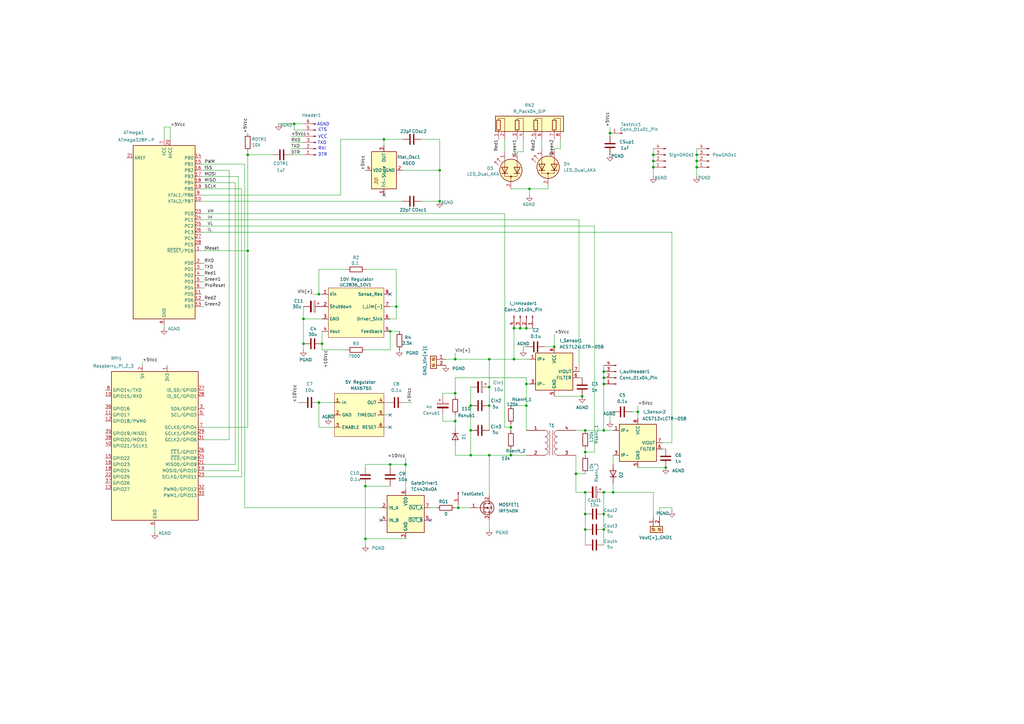
<source format=kicad_sch>
(kicad_sch (version 20250114) (generator "eeschema") (generator_version "9.0")
  (paper "A3")
  (title_block (title "EV Microgrid Flyback Converter") (company "Cal Poly, Senior Project"))
  (lib_symbols
    (symbol "C_1" (pin_numbers (hide yes)) (pin_names (offset 0.254))
      (property "Reference" "C" (at 0.635 2.54 0))
      (property "Value" "C" (at 0.635 -2.54 0))
      (symbol "C_1_1_1"
        (pin passive line (at 0 3.81 270) (length 2.794) (name "~") (number "1"))
        (pin passive line (at 0 -3.81 90) (length 2.794) (name "~") (number "2"))
      )
    )
    (symbol "Connector:Conn_01x01_Pin" (pin_names (offset 1.016) (hide yes))
      (property "Reference" "J" (at 0 2.54 0))
      (property "Value" "Conn_01x01_Pin" (at 0 -2.54 0))
      (symbol "Conn_01x01_Pin_1_1"
        (pin passive line (at 5.08 0 180) (length 3.81) (name "Pin_1") (number "1"))
      )
    )
    (symbol "Connector:Conn_01x04_Pin" (pin_names (offset 1.016) (hide yes))
      (property "Reference" "J" (at 0 5.08 0))
      (property "Value" "Conn_01x04_Pin" (at 0 -7.62 0))
      (symbol "Conn_01x04_Pin_1_1"
        (pin passive line (at 5.08 2.54 180) (length 3.81) (name "Pin_1") (number "1"))
        (pin passive line (at 5.08 0 180) (length 3.81) (name "Pin_2") (number "2"))
        (pin passive line (at 5.08 -2.54 180) (length 3.81) (name "Pin_3") (number "3"))
        (pin passive line (at 5.08 -5.08 180) (length 3.81) (name "Pin_4") (number "4"))
      )
    )
    (symbol "Connector:Raspberry_Pi_2_3"
      (property "Reference" "J" (at -17.78 31.75 0))
      (property "Value" "Raspberry_Pi_2_3" (at 10.16 -31.75 0))
      (symbol "Raspberry_Pi_2_3_1_1"
        (pin bidirectional line (at -20.32 22.86 0) (length 2.54) (name "GPIO14/TXD") (number "8"))
        (pin bidirectional line (at -20.32 20.32 0) (length 2.54) (name "GPIO15/RXD") (number "10"))
        (pin bidirectional line (at -20.32 15.24 0) (length 2.54) (name "GPIO16") (number "36"))
        (pin bidirectional line (at -20.32 12.7 0) (length 2.54) (name "GPIO17") (number "11"))
        (pin bidirectional line (at -20.32 10.16 0) (length 2.54) (name "GPIO18/PWM0") (number "12"))
        (pin bidirectional line (at -20.32 5.08 0) (length 2.54) (name "GPIO19/MISO1") (number "35"))
        (pin bidirectional line (at -20.32 2.54 0) (length 2.54) (name "GPIO20/MOSI1") (number "38"))
        (pin bidirectional line (at -20.32 0 0) (length 2.54) (name "GPIO21/SCLK1") (number "40"))
        (pin bidirectional line (at -20.32 -5.08 0) (length 2.54) (name "GPIO22") (number "15"))
        (pin bidirectional line (at -20.32 -7.62 0) (length 2.54) (name "GPIO23") (number "16"))
        (pin bidirectional line (at -20.32 -10.16 0) (length 2.54) (name "GPIO24") (number "18"))
        (pin bidirectional line (at -20.32 -12.7 0) (length 2.54) (name "GPIO25") (number "22"))
        (pin bidirectional line (at -20.32 -15.24 0) (length 2.54) (name "GPIO26") (number "37"))
        (pin bidirectional line (at -20.32 -17.78 0) (length 2.54) (name "GPIO27") (number "13"))
        (pin power_in line (at -5.08 33.02 270) (length 2.54) (name "5V") (number "2"))
        (pin passive line (at -5.08 33.02 270) (length 2.54) (hide yes) (name "5V") (number "4"))
        (pin passive line (at 0 -33.02 90) (length 2.54) (hide yes) (name "GND") (number "14"))
        (pin passive line (at 0 -33.02 90) (length 2.54) (hide yes) (name "GND") (number "20"))
        (pin passive line (at 0 -33.02 90) (length 2.54) (hide yes) (name "GND") (number "25"))
        (pin passive line (at 0 -33.02 90) (length 2.54) (hide yes) (name "GND") (number "30"))
        (pin passive line (at 0 -33.02 90) (length 2.54) (hide yes) (name "GND") (number "34"))
        (pin passive line (at 0 -33.02 90) (length 2.54) (hide yes) (name "GND") (number "39"))
        (pin power_in line (at 0 -33.02 90) (length 2.54) (name "GND") (number "6"))
        (pin passive line (at 0 -33.02 90) (length 2.54) (hide yes) (name "GND") (number "9"))
        (pin power_in line (at 5.08 33.02 270) (length 2.54) (name "3V3") (number "1"))
        (pin passive line (at 5.08 33.02 270) (length 2.54) (hide yes) (name "3V3") (number "17"))
        (pin bidirectional line (at 20.32 22.86 180) (length 2.54) (name "ID_SD/GPIO0") (number "27"))
        (pin bidirectional line (at 20.32 20.32 180) (length 2.54) (name "ID_SC/GPIO1") (number "28"))
        (pin bidirectional line (at 20.32 15.24 180) (length 2.54) (name "SDA/GPIO2") (number "3"))
        (pin bidirectional line (at 20.32 12.7 180) (length 2.54) (name "SCL/GPIO3") (number "5"))
        (pin bidirectional line (at 20.32 7.62 180) (length 2.54) (name "GCLK0/GPIO4") (number "7"))
        (pin bidirectional line (at 20.32 5.08 180) (length 2.54) (name "GCLK1/GPIO5") (number "29"))
        (pin bidirectional line (at 20.32 2.54 180) (length 2.54) (name "GCLK2/GPIO6") (number "31"))
        (pin bidirectional line (at 20.32 -2.54 180) (length 2.54) (name "~{CE1}/GPIO7") (number "26"))
        (pin bidirectional line (at 20.32 -5.08 180) (length 2.54) (name "~{CE0}/GPIO8") (number "24"))
        (pin bidirectional line (at 20.32 -7.62 180) (length 2.54) (name "MISO0/GPIO9") (number "21"))
        (pin bidirectional line (at 20.32 -10.16 180) (length 2.54) (name "MOSI0/GPIO10") (number "19"))
        (pin bidirectional line (at 20.32 -12.7 180) (length 2.54) (name "SCLK0/GPIO11") (number "23"))
        (pin bidirectional line (at 20.32 -17.78 180) (length 2.54) (name "PWM0/GPIO12") (number "32"))
        (pin bidirectional line (at 20.32 -20.32 180) (length 2.54) (name "PWM1/GPIO13") (number "33"))
      )
    )
    (symbol "Connector:Screw_Terminal_01x02" (pin_names (offset 1.016) (hide yes))
      (property "Reference" "J" (at 0 2.54 0))
      (property "Value" "Screw_Terminal_01x02" (at 0 -5.08 0))
      (symbol "Screw_Terminal_01x02_1_1"
        (pin passive line (at -5.08 0 0) (length 3.81) (name "Pin_1") (number "1"))
        (pin passive line (at -5.08 -2.54 0) (length 3.81) (name "Pin_2") (number "2"))
      )
    )
    (symbol "Device:C" (pin_numbers (hide yes)) (pin_names (offset 0.254))
      (property "Reference" "C" (at 0.635 2.54 0))
      (property "Value" "C" (at 0.635 -2.54 0))
      (symbol "C_1_1"
        (pin passive line (at 0 3.81 270) (length 2.794) (name "~") (number "1"))
        (pin passive line (at 0 -3.81 90) (length 2.794) (name "~") (number "2"))
      )
    )
    (symbol "Device:C_Polarized" (pin_numbers (hide yes)) (pin_names (offset 0.254))
      (property "Reference" "C" (at 0.635 2.54 0))
      (property "Value" "C_Polarized" (at 0.635 -2.54 0))
      (symbol "C_Polarized_1_1"
        (pin passive line (at 0 3.81 270) (length 2.794) (name "~") (number "1"))
        (pin passive line (at 0 -3.81 90) (length 2.794) (name "~") (number "2"))
      )
    )
    (symbol "Device:D" (pin_numbers (hide yes)) (pin_names (offset 1.016) (hide yes))
      (property "Reference" "D" (at 0 2.54 0))
      (property "Value" "D" (at 0 -2.54 0))
      (symbol "D_1_1"
        (pin passive line (at -3.81 0 0) (length 2.54) (name "K") (number "1"))
        (pin passive line (at 3.81 0 180) (length 2.54) (name "A") (number "2"))
      )
    )
    (symbol "Device:LED_Dual_AKA" (pin_names (offset 0) (hide yes))
      (property "Reference" "D" (at 0 5.715 0))
      (property "Value" "LED_Dual_AKA" (at 0 -6.35 0))
      (symbol "LED_Dual_AKA_1_1"
        (pin input line (at -7.62 0 0) (length 3.048) (name "K") (number "2"))
        (pin input line (at 7.62 2.54 180) (length 3.81) (name "A1") (number "1"))
        (pin input line (at 7.62 -2.54 180) (length 3.81) (name "A2") (number "3"))
      )
    )
    (symbol "Device:R" (pin_numbers (hide yes)) (pin_names (offset 0))
      (property "Reference" "R" (at 2.032 0 90))
      (property "Value" "R" (at 0 0 90))
      (symbol "R_1_1"
        (pin passive line (at 0 3.81 270) (length 1.27) (name "~") (number "1"))
        (pin passive line (at 0 -3.81 90) (length 1.27) (name "~") (number "2"))
      )
    )
    (symbol "Device:R_Pack04_SIP" (pin_names (offset 0) (hide yes))
      (property "Reference" "RN" (at -15.24 0 90))
      (property "Value" "R_Pack04_SIP" (at 15.24 0 90))
      (symbol "R_Pack04_SIP_1_1"
        (pin passive line (at -12.7 -5.08 90) (length 3.81) (name "R1.1") (number "1"))
        (pin passive line (at -10.16 -5.08 90) (length 3.81) (name "R1.2") (number "2"))
        (pin passive line (at -5.08 -5.08 90) (length 3.81) (name "R2.1") (number "3"))
        (pin passive line (at -2.54 -5.08 90) (length 3.81) (name "R2.2") (number "4"))
        (pin passive line (at 2.54 -5.08 90) (length 3.81) (name "R3.1") (number "5"))
        (pin passive line (at 5.08 -5.08 90) (length 3.81) (name "R3.2") (number "6"))
        (pin passive line (at 10.16 -5.08 90) (length 3.81) (name "R4.1") (number "7"))
        (pin passive line (at 12.7 -5.08 90) (length 3.81) (name "R4.2") (number "8"))
      )
    )
    (symbol "Device:Transformer_1P_1S" (pin_names (offset 1.016) (hide yes))
      (property "Reference" "T" (at 0 6.35 0))
      (property "Value" "Transformer_1P_1S" (at 0 -7.62 0))
      (symbol "Transformer_1P_1S_1_1"
        (pin passive line (at -10.16 5.08 0) (length 7.62) (name "AA") (number "1"))
        (pin passive line (at -10.16 -5.08 0) (length 7.62) (name "AB") (number "2"))
        (pin passive line (at 10.16 5.08 180) (length 7.62) (name "SB") (number "4"))
        (pin passive line (at 10.16 -5.08 180) (length 7.62) (name "SA") (number "3"))
      )
    )
    (symbol "Driver_FET:TC4426xOA"
      (property "Reference" "U" (at -7.62 8.89 0))
      (property "Value" "TC4426xOA" (at 1.27 8.89 0))
      (symbol "TC4426xOA_1_1"
        (pin input line (at -10.16 2.54 0) (length 2.54) (name "IN_A") (number "2"))
        (pin input line (at -10.16 -2.54 0) (length 2.54) (name "IN_B") (number "4"))
        (pin no_connect line (at -7.62 0 0) (length 2.54) (hide yes) (name "NC") (number "1"))
        (pin power_in line (at 0 10.16 270) (length 2.54) (name "VDD") (number "6"))
        (pin power_in line (at 0 -10.16 90) (length 2.54) (name "GND") (number "3"))
        (pin no_connect line (at 7.62 0 180) (length 2.54) (hide yes) (name "NC") (number "8"))
        (pin output line (at 10.16 2.54 180) (length 2.54) (name "~{OUT_A}") (number "7"))
        (pin output line (at 10.16 -2.54 180) (length 2.54) (name "~{OUT_B}") (number "5"))
      )
    )
    (symbol "MCU_Microchip_ATmega:ATmega328P-P"
      (property "Reference" "U" (at -12.7 36.83 0))
      (property "Value" "ATmega328P-P" (at 2.54 -36.83 0))
      (symbol "ATmega328P-P_1_1"
        (pin passive line (at -15.24 30.48 0) (length 2.54) (name "AREF") (number "21"))
        (pin power_in line (at 0 38.1 270) (length 2.54) (name "VCC") (number "7"))
        (pin passive line (at 0 -38.1 90) (length 2.54) (hide yes) (name "GND") (number "22"))
        (pin power_in line (at 0 -38.1 90) (length 2.54) (name "GND") (number "8"))
        (pin power_in line (at 2.54 38.1 270) (length 2.54) (name "AVCC") (number "20"))
        (pin bidirectional line (at 15.24 30.48 180) (length 2.54) (name "PB0") (number "14"))
        (pin bidirectional line (at 15.24 27.94 180) (length 2.54) (name "PB1") (number "15"))
        (pin bidirectional line (at 15.24 25.4 180) (length 2.54) (name "PB2") (number "16"))
        (pin bidirectional line (at 15.24 22.86 180) (length 2.54) (name "PB3") (number "17"))
        (pin bidirectional line (at 15.24 20.32 180) (length 2.54) (name "PB4") (number "18"))
        (pin bidirectional line (at 15.24 17.78 180) (length 2.54) (name "PB5") (number "19"))
        (pin bidirectional line (at 15.24 15.24 180) (length 2.54) (name "XTAL1/PB6") (number "9"))
        (pin bidirectional line (at 15.24 12.7 180) (length 2.54) (name "XTAL2/PB7") (number "10"))
        (pin bidirectional line (at 15.24 7.62 180) (length 2.54) (name "PC0") (number "23"))
        (pin bidirectional line (at 15.24 5.08 180) (length 2.54) (name "PC1") (number "24"))
        (pin bidirectional line (at 15.24 2.54 180) (length 2.54) (name "PC2") (number "25"))
        (pin bidirectional line (at 15.24 0 180) (length 2.54) (name "PC3") (number "26"))
        (pin bidirectional line (at 15.24 -2.54 180) (length 2.54) (name "PC4") (number "27"))
        (pin bidirectional line (at 15.24 -5.08 180) (length 2.54) (name "PC5") (number "28"))
        (pin bidirectional line (at 15.24 -7.62 180) (length 2.54) (name "~{RESET}/PC6") (number "1"))
        (pin bidirectional line (at 15.24 -12.7 180) (length 2.54) (name "PD0") (number "2"))
        (pin bidirectional line (at 15.24 -15.24 180) (length 2.54) (name "PD1") (number "3"))
        (pin bidirectional line (at 15.24 -17.78 180) (length 2.54) (name "PD2") (number "4"))
        (pin bidirectional line (at 15.24 -20.32 180) (length 2.54) (name "PD3") (number "5"))
        (pin bidirectional line (at 15.24 -22.86 180) (length 2.54) (name "PD4") (number "6"))
        (pin bidirectional line (at 15.24 -25.4 180) (length 2.54) (name "PD5") (number "11"))
        (pin bidirectional line (at 15.24 -27.94 180) (length 2.54) (name "PD6") (number "12"))
        (pin bidirectional line (at 15.24 -30.48 180) (length 2.54) (name "PD7") (number "13"))
      )
    )
    (symbol "New_Library:MAX6765"
      (property "Reference" "MAX6765" (at 0.762 0.762 0))
      (property "Value" "5V Regulator" (at 0.508 3.302 0))
      (symbol "MAX6765_1_1"
        (pin input line (at -10.16 -5.08 0) (length 2.54) (name "In") (number "1"))
        (pin input line (at -10.16 -10.16 0) (length 2.54) (name "GND") (number "2"))
        (pin input line (at -10.16 -15.24 0) (length 2.54) (name "ENABLE") (number "3"))
        (pin input line (at 10.16 -5.08 180) (length 2.54) (name "OUT") (number "4"))
        (pin input line (at 10.16 -10.16 180) (length 2.54) (name "TIMEOUT") (number "5"))
        (pin input line (at 10.16 -15.24 180) (length 2.54) (name "RESET") (number "6"))
      )
    )
    (symbol "Oscillator:ASCO"
      (property "Reference" "Y" (at -7.62 6.35 0))
      (property "Value" "ASCO" (at 1.27 -6.35 0))
      (symbol "ASCO_1_1"
        (pin input line (at -10.16 0 0) (length 2.54) (name "Tri-State") (number "1"))
        (pin power_in line (at 0 7.62 270) (length 2.54) (name "VDD") (number "4"))
        (pin power_in line (at 0 -7.62 90) (length 2.54) (name "GND") (number "2"))
        (pin output line (at 10.16 0 180) (length 2.54) (name "OUT") (number "3"))
      )
    )
    (symbol "Regulator:UC2836D"
      (property "Reference" "UC2836D" (at 0 0 0))
      (symbol "UC2836D_1_1"
        (pin input line (at -13.97 -3.81 0) (length 2.54) (name "Vin") (number "1"))
        (pin input line (at -13.97 -8.89 0) (length 2.54) (name "Shutdown") (number "2"))
        (pin output line (at -13.97 -13.97 0) (length 2.54) (name "GND") (number "3"))
        (pin output line (at -13.97 -19.05 0) (length 2.54) (name "Vout") (number "4"))
        (pin unspecified line (at 13.97 -3.81 180) (length 2.54) (name "Sense_Res") (number "8"))
        (pin output line (at 13.97 -8.89 180) (length 2.54) (name "I_Lim(-)") (number "7"))
        (pin input line (at 13.97 -13.97 180) (length 2.54) (name "Driver_Sink") (number "6"))
        (pin input line (at 13.97 -19.05 180) (length 2.54) (name "Feedback") (number "5"))
      )
    )
    (symbol "Sensor_Current:ACS712xLCTR-05B"
      (property "Reference" "U" (at 2.54 11.43 0))
      (property "Value" "ACS712xLCTR-05B" (at 2.54 8.89 0))
      (symbol "ACS712xLCTR-05B_1_1"
        (pin passive line (at -10.16 5.08 0) (length 2.54) (name "IP+") (number "1"))
        (pin passive line (at -10.16 5.08 0) (length 2.54) (hide yes) (name "IP+") (number "2"))
        (pin passive line (at -10.16 -5.08 0) (length 2.54) (name "IP-") (number "3"))
        (pin passive line (at -10.16 -5.08 0) (length 2.54) (hide yes) (name "IP-") (number "4"))
        (pin power_in line (at 0 10.16 270) (length 2.54) (name "VCC") (number "8"))
        (pin power_in line (at 0 -10.16 90) (length 2.54) (name "GND") (number "5"))
        (pin output line (at 10.16 0 180) (length 2.54) (name "VIOUT") (number "7"))
        (pin passive line (at 10.16 -2.54 180) (length 2.54) (name "FILTER") (number "6"))
      )
    )
    (symbol "Transistor_FET:IRF540N" (pin_names (hide yes))
      (property "Reference" "Q" (at 5.08 1.905 0))
      (property "Value" "IRF540N" (at 5.08 0 0))
      (symbol "IRF540N_1_1"
        (pin input line (at -5.08 0 0) (length 2.54) (name "G") (number "1"))
        (pin passive line (at 2.54 5.08 270) (length 2.54) (name "D") (number "2"))
        (pin passive line (at 2.54 -5.08 90) (length 2.54) (name "S") (number "3"))
      )
    )
    (symbol "conn_01x06_male:Conn_01x06_Male" (pin_names (offset 1.016) (hide yes))
      (property "Reference" "HeaderFTDI1" (at -6.35 -1.524 0))
      (property "Value" "Conn_01x06_Male" (at -6.35 -3.8354 0))
      (symbol "Conn_01x06_Male_1_1"
        (pin passive line (at 5.08 5.08 180) (length 3.81) (name "Pin_1") (number "1"))
        (pin passive line (at 5.08 2.54 180) (length 3.81) (name "Pin_2") (number "2"))
        (pin passive line (at 5.08 0 180) (length 3.81) (name "Pin_3") (number "3"))
        (pin passive line (at 5.08 -2.54 180) (length 3.81) (name "Pin_4") (number "4"))
        (pin passive line (at 5.08 -5.08 180) (length 3.81) (name "Pin_5") (number "5"))
        (pin passive line (at 5.08 -7.62 180) (length 3.81) (name "Pin_6") (number "6"))
      )
    )
    (symbol "power:GND" (power) (pin_numbers (hide yes)) (pin_names (offset 0) (hide yes))
      (property "Value" "GND" (at 0 -3.81 0))
      (symbol "GND_1_1"
        (pin power_in line (at 0 0 270) (length 0) (name "~") (number "1"))
      )
    )
  )
  (text "AGND\n\n" (at 132.588 52.07 0) (effects (font (size 1.27 1.27))))
  (text "VCC" (at 132.334 56.134 0) (effects (font (size 1.27 1.27))))
  (text "RXI\n" (at 132.08 60.96 0) (effects (font (size 1.27 1.27))))
  (text "CTS\n" (at 132.334 53.34 0) (effects (font (size 1.27 1.27))))
  (text "TXO\n\n" (at 132.08 59.69 0) (effects (font (size 1.27 1.27))))
  (text "DTR\n" (at 132.334 63.5 0) (effects (font (size 1.27 1.27))))
  (junction (at 285.75 68.58))
  (junction (at 187.96 208.28))
  (junction (at 209.55 175.26))
  (junction (at 193.04 166.37))
  (junction (at 217.17 77.47))
  (junction (at 285.75 63.5))
  (junction (at 247.65 201.93))
  (junction (at 285.75 66.04))
  (junction (at 240.03 185.42))
  (junction (at 200.66 186.69))
  (junction (at 247.65 210.82))
  (junction (at 186.69 172.72))
  (junction (at 238.76 162.56))
  (junction (at 247.65 154.94))
  (junction (at 273.05 191.77))
  (junction (at 130.81 165.1))
  (junction (at 247.65 176.53))
  (junction (at 250.19 54.61))
  (junction (at 215.9 166.37))
  (junction (at 210.82 134.62))
  (junction (at 240.03 217.17))
  (junction (at 240.03 176.53))
  (junction (at 120.65 50.8))
  (junction (at 240.03 210.82))
  (junction (at 160.02 135.89))
  (junction (at 267.97 66.04))
  (junction (at 124.46 130.81))
  (junction (at 213.36 134.62))
  (junction (at 180.34 69.85))
  (junction (at 240.03 201.93))
  (junction (at 227.33 142.24))
  (junction (at 101.6 63.5))
  (junction (at 186.69 147.32))
  (junction (at 157.48 57.15))
  (junction (at 261.62 168.91))
  (junction (at 236.22 194.31))
  (junction (at 247.65 157.48))
  (junction (at 251.46 201.93))
  (junction (at 130.81 120.65))
  (junction (at 149.86 199.39))
  (junction (at 101.6 102.87))
  (junction (at 267.97 68.58))
  (junction (at 215.9 157.48))
  (junction (at 215.9 134.62))
  (junction (at 166.37 190.5))
  (junction (at 149.86 220.98))
  (junction (at 210.82 147.32))
  (junction (at 267.97 63.5))
  (junction (at 193.04 176.53))
  (junction (at 200.66 166.37))
  (junction (at 247.65 152.4))
  (junction (at 200.66 158.75))
  (junction (at 162.56 125.73))
  (junction (at 200.66 147.32))
  (junction (at 132.08 140.97))
  (junction (at 209.55 186.69))
  (junction (at 180.34 82.55))
  (junction (at 186.69 161.29))
  (junction (at 160.02 190.5))
  (junction (at 193.04 186.69))
  (junction (at 124.46 140.97))
  (junction (at 247.65 217.17))
  (no_connect (at 160.02 120.65))
  (no_connect (at 160.02 175.26))
  (no_connect (at 176.53 213.36))
  (no_connect (at 156.21 213.36))
  (no_connect (at 157.48 80.01))
  (no_connect (at 160.02 170.18))
  (wire (pts (xy 130.81 175.26) (xy 130.81 165.1)))
  (wire (pts (xy 209.55 166.37) (xy 215.9 166.37)))
  (wire (pts (xy 217.17 77.47) (xy 217.17 80.01)))
  (wire (pts (xy 149.86 199.39) (xy 160.02 199.39)))
  (wire (pts (xy 101.6 63.5) (xy 111.76 63.5)))
  (wire (pts (xy 215.9 154.94) (xy 215.9 157.48)))
  (wire (pts (xy 182.88 147.32) (xy 186.69 147.32)))
  (wire (pts (xy 67.31 133.35) (xy 67.31 134.62)))
  (wire (pts (xy 247.65 157.48) (xy 247.65 176.53)))
  (wire (pts (xy 261.62 191.77) (xy 273.05 191.77)))
  (wire (pts (xy 119.38 63.5) (xy 124.46 63.5)))
  (wire (pts (xy 209.55 173.99) (xy 209.55 175.26)))
  (wire (pts (xy 162.56 130.81) (xy 162.56 125.73)))
  (wire (pts (xy 181.61 161.29) (xy 186.69 161.29)))
  (wire (pts (xy 120.65 50.8) (xy 120.65 53.34)))
  (wire (pts (xy 67.31 57.15) (xy 67.31 52.07)))
  (wire (pts (xy 67.31 52.07) (xy 69.85 52.07)))
  (wire (pts (xy 96.52 74.93) (xy 82.55 74.93)))
  (wire (pts (xy 267.97 66.04) (xy 267.97 68.58)))
  (wire (pts (xy 139.7 57.15) (xy 139.7 80.01)))
  (wire (pts (xy 200.66 147.32) (xy 210.82 147.32)))
  (wire (pts (xy 82.55 118.11) (xy 83.82 118.11)))
  (wire (pts (xy 130.81 120.65) (xy 130.81 110.49)))
  (wire (pts (xy 162.56 125.73) (xy 160.02 125.73)))
  (wire (pts (xy 243.84 185.42) (xy 240.03 185.42)))
  (wire (pts (xy 157.48 165.1) (xy 158.75 165.1)))
  (wire (pts (xy 186.69 172.72) (xy 186.69 170.18)))
  (wire (pts (xy 82.55 87.63) (xy 207.01 87.63)))
  (wire (pts (xy 224.79 77.47) (xy 224.79 76.2)))
  (wire (pts (xy 193.04 166.37) (xy 193.04 176.53)))
  (wire (pts (xy 83.82 193.04) (xy 97.79 193.04)))
  (wire (pts (xy 210.82 134.62) (xy 210.82 147.32)))
  (wire (pts (xy 128.27 120.65) (xy 130.81 120.65)))
  (wire (pts (xy 82.55 123.19) (xy 83.82 123.19)))
  (wire (pts (xy 236.22 201.93) (xy 240.03 201.93)))
  (wire (pts (xy 207.01 87.63) (xy 207.01 175.26)))
  (wire (pts (xy 97.79 193.04) (xy 97.79 72.39)))
  (wire (pts (xy 236.22 186.69) (xy 236.22 194.31)))
  (wire (pts (xy 187.96 208.28) (xy 193.04 208.28)))
  (wire (pts (xy 132.08 143.51) (xy 142.24 143.51)))
  (wire (pts (xy 130.81 110.49) (xy 142.24 110.49)))
  (wire (pts (xy 240.03 217.17) (xy 240.03 223.52)))
  (wire (pts (xy 193.04 176.53) (xy 193.04 186.69)))
  (wire (pts (xy 285.75 68.58) (xy 285.75 72.39)))
  (wire (pts (xy 209.55 175.26) (xy 209.55 176.53)))
  (wire (pts (xy 250.19 54.61) (xy 250.19 55.88)))
  (wire (pts (xy 166.37 190.5) (xy 166.37 187.96)))
  (wire (pts (xy 82.55 82.55) (xy 165.1 82.55)))
  (wire (pts (xy 83.82 175.26) (xy 101.6 175.26)))
  (wire (pts (xy 193.04 158.75) (xy 193.04 166.37)))
  (wire (pts (xy 99.06 77.47) (xy 82.55 77.47)))
  (wire (pts (xy 223.52 142.24) (xy 227.33 142.24)))
  (wire (pts (xy 247.65 176.53) (xy 251.46 176.53)))
  (wire (pts (xy 132.08 140.97) (xy 132.08 143.51)))
  (wire (pts (xy 157.48 57.15) (xy 157.48 59.69)))
  (wire (pts (xy 270.51 208.28) (xy 270.51 212.09)))
  (wire (pts (xy 124.46 125.73) (xy 124.46 130.81)))
  (wire (pts (xy 100.33 208.28) (xy 156.21 208.28)))
  (wire (pts (xy 247.65 149.86) (xy 247.65 152.4)))
  (wire (pts (xy 247.65 210.82) (xy 247.65 201.93)))
  (wire (pts (xy 247.65 152.4) (xy 247.65 154.94)))
  (wire (pts (xy 267.97 201.93) (xy 251.46 201.93)))
  (wire (pts (xy 82.55 110.49) (xy 83.82 110.49)))
  (wire (pts (xy 247.65 201.93) (xy 251.46 201.93)))
  (wire (pts (xy 162.56 110.49) (xy 162.56 125.73)))
  (wire (pts (xy 236.22 176.53) (xy 240.03 176.53)))
  (wire (pts (xy 82.55 107.95) (xy 83.82 107.95)))
  (wire (pts (xy 186.69 162.56) (xy 186.69 161.29)))
  (wire (pts (xy 149.86 110.49) (xy 162.56 110.49)))
  (wire (pts (xy 121.92 165.1) (xy 123.19 165.1)))
  (wire (pts (xy 214.63 142.24) (xy 214.63 143.51)))
  (wire (pts (xy 101.6 62.23) (xy 101.6 63.5)))
  (wire (pts (xy 82.55 102.87) (xy 101.6 102.87)))
  (wire (pts (xy 251.46 168.91) (xy 250.19 168.91)))
  (wire (pts (xy 285.75 63.5) (xy 285.75 66.04)))
  (wire (pts (xy 250.19 168.91) (xy 250.19 172.72)))
  (wire (pts (xy 101.6 102.87) (xy 101.6 63.5)))
  (wire (pts (xy 247.65 217.17) (xy 247.65 210.82)))
  (wire (pts (xy 82.55 92.71) (xy 243.84 92.71)))
  (wire (pts (xy 271.78 181.61) (xy 275.59 181.61)))
  (wire (pts (xy 237.49 152.4) (xy 237.49 90.17)))
  (wire (pts (xy 236.22 194.31) (xy 240.03 194.31)))
  (wire (pts (xy 222.25 57.15) (xy 222.25 60.96)))
  (wire (pts (xy 227.33 137.16) (xy 227.33 142.24)))
  (wire (pts (xy 120.65 50.8) (xy 124.46 50.8)))
  (wire (pts (xy 209.55 184.15) (xy 209.55 186.69)))
  (wire (pts (xy 58.42 148.59) (xy 58.42 149.86)))
  (wire (pts (xy 82.55 69.85) (xy 93.98 69.85)))
  (wire (pts (xy 207.01 57.15) (xy 207.01 62.23)))
  (wire (pts (xy 82.55 95.25) (xy 275.59 95.25)))
  (wire (pts (xy 160.02 135.89) (xy 163.83 135.89)))
  (wire (pts (xy 200.66 158.75) (xy 200.66 166.37)))
  (wire (pts (xy 97.79 72.39) (xy 82.55 72.39)))
  (wire (pts (xy 139.7 57.15) (xy 157.48 57.15)))
  (wire (pts (xy 259.08 168.91) (xy 261.62 168.91)))
  (wire (pts (xy 139.7 80.01) (xy 82.55 80.01)))
  (wire (pts (xy 119.38 60.96) (xy 124.46 60.96)))
  (wire (pts (xy 63.5 215.9) (xy 63.5 218.44)))
  (wire (pts (xy 267.97 60.96) (xy 267.97 63.5)))
  (wire (pts (xy 209.55 186.69) (xy 200.66 186.69)))
  (wire (pts (xy 267.97 201.93) (xy 267.97 212.09)))
  (wire (pts (xy 186.69 144.78) (xy 186.69 147.32)))
  (wire (pts (xy 215.9 157.48) (xy 215.9 166.37)))
  (wire (pts (xy 285.75 60.96) (xy 285.75 63.5)))
  (wire (pts (xy 119.38 55.88) (xy 124.46 55.88)))
  (wire (pts (xy 209.55 77.47) (xy 217.17 77.47)))
  (wire (pts (xy 181.61 170.18) (xy 181.61 172.72)))
  (wire (pts (xy 247.65 154.94) (xy 247.65 157.48)))
  (wire (pts (xy 210.82 134.62) (xy 213.36 134.62)))
  (wire (pts (xy 180.34 57.15) (xy 180.34 69.85)))
  (wire (pts (xy 237.49 90.17) (xy 82.55 90.17)))
  (wire (pts (xy 119.38 58.42) (xy 124.46 58.42)))
  (wire (pts (xy 100.33 67.31) (xy 100.33 208.28)))
  (wire (pts (xy 186.69 175.26) (xy 186.69 172.72)))
  (wire (pts (xy 137.16 165.1) (xy 130.81 165.1)))
  (wire (pts (xy 217.17 77.47) (xy 224.79 77.47)))
  (wire (pts (xy 160.02 170.18) (xy 157.48 170.18)))
  (wire (pts (xy 207.01 175.26) (xy 209.55 175.26)))
  (wire (pts (xy 181.61 162.56) (xy 181.61 161.29)))
  (wire (pts (xy 176.53 208.28) (xy 179.07 208.28)))
  (wire (pts (xy 124.46 130.81) (xy 132.08 130.81)))
  (wire (pts (xy 270.51 208.28) (xy 275.59 208.28)))
  (wire (pts (xy 227.33 60.96) (xy 229.87 60.96)))
  (wire (pts (xy 82.55 67.31) (xy 100.33 67.31)))
  (wire (pts (xy 215.9 142.24) (xy 214.63 142.24)))
  (wire (pts (xy 160.02 190.5) (xy 160.02 191.77)))
  (wire (pts (xy 157.48 57.15) (xy 165.1 57.15)))
  (wire (pts (xy 247.65 223.52) (xy 247.65 217.17)))
  (wire (pts (xy 149.86 220.98) (xy 149.86 223.52)))
  (wire (pts (xy 229.87 57.15) (xy 229.87 60.96)))
  (wire (pts (xy 124.46 143.51) (xy 124.46 140.97)))
  (wire (pts (xy 82.55 115.57) (xy 83.82 115.57)))
  (wire (pts (xy 200.66 213.36) (xy 200.66 217.17)))
  (wire (pts (xy 267.97 68.58) (xy 267.97 72.39)))
  (wire (pts (xy 160.02 130.81) (xy 162.56 130.81)))
  (wire (pts (xy 82.55 113.03) (xy 83.82 113.03)))
  (wire (pts (xy 217.17 157.48) (xy 215.9 157.48)))
  (wire (pts (xy 240.03 210.82) (xy 240.03 217.17)))
  (wire (pts (xy 200.66 147.32) (xy 200.66 158.75)))
  (wire (pts (xy 243.84 92.71) (xy 243.84 185.42)))
  (wire (pts (xy 240.03 185.42) (xy 240.03 184.15)))
  (wire (pts (xy 187.96 207.01) (xy 187.96 208.28)))
  (wire (pts (xy 166.37 165.1) (xy 168.91 165.1)))
  (wire (pts (xy 186.69 154.94) (xy 215.9 154.94)))
  (wire (pts (xy 215.9 166.37) (xy 215.9 176.53)))
  (wire (pts (xy 134.62 170.18) (xy 137.16 170.18)))
  (wire (pts (xy 186.69 161.29) (xy 186.69 154.94)))
  (wire (pts (xy 130.81 175.26) (xy 137.16 175.26)))
  (wire (pts (xy 96.52 190.5) (xy 96.52 74.93)))
  (wire (pts (xy 210.82 147.32) (xy 217.17 147.32)))
  (wire (pts (xy 200.66 166.37) (xy 200.66 176.53)))
  (wire (pts (xy 149.86 199.39) (xy 149.86 220.98)))
  (wire (pts (xy 180.34 69.85) (xy 180.34 82.55)))
  (wire (pts (xy 101.6 175.26) (xy 101.6 102.87)))
  (wire (pts (xy 186.69 186.69) (xy 186.69 182.88)))
  (wire (pts (xy 212.09 62.23) (xy 214.63 62.23)))
  (wire (pts (xy 251.46 201.93) (xy 251.46 198.12)))
  (wire (pts (xy 149.86 190.5) (xy 160.02 190.5)))
  (wire (pts (xy 186.69 186.69) (xy 193.04 186.69)))
  (wire (pts (xy 275.59 95.25) (xy 275.59 181.61)))
  (wire (pts (xy 251.46 186.69) (xy 251.46 190.5)))
  (wire (pts (xy 149.86 191.77) (xy 149.86 190.5)))
  (wire (pts (xy 83.82 190.5) (xy 96.52 190.5)))
  (wire (pts (xy 124.46 53.34) (xy 120.65 53.34)))
  (wire (pts (xy 93.98 180.34) (xy 83.82 180.34)))
  (wire (pts (xy 160.02 175.26) (xy 157.48 175.26)))
  (wire (pts (xy 186.69 147.32) (xy 200.66 147.32)))
  (wire (pts (xy 193.04 186.69) (xy 200.66 186.69)))
  (wire (pts (xy 124.46 130.81) (xy 124.46 140.97)))
  (wire (pts (xy 261.62 168.91) (xy 261.62 171.45)))
  (wire (pts (xy 166.37 190.5) (xy 160.02 190.5)))
  (wire (pts (xy 99.06 195.58) (xy 99.06 77.47)))
  (wire (pts (xy 240.03 176.53) (xy 247.65 176.53)))
  (wire (pts (xy 130.81 120.65) (xy 132.08 120.65)))
  (wire (pts (xy 93.98 180.34) (xy 93.98 69.85)))
  (wire (pts (xy 172.72 82.55) (xy 180.34 82.55)))
  (wire (pts (xy 261.62 166.37) (xy 261.62 168.91)))
  (wire (pts (xy 285.75 66.04) (xy 285.75 68.58)))
  (wire (pts (xy 186.69 208.28) (xy 187.96 208.28)))
  (wire (pts (xy 215.9 186.69) (xy 209.55 186.69)))
  (wire (pts (xy 82.55 125.73) (xy 83.82 125.73)))
  (wire (pts (xy 69.85 52.07) (xy 69.85 57.15)))
  (wire (pts (xy 165.1 69.85) (xy 180.34 69.85)))
  (wire (pts (xy 83.82 195.58) (xy 99.06 195.58)))
  (wire (pts (xy 267.97 63.5) (xy 267.97 66.04)))
  (wire (pts (xy 236.22 194.31) (xy 236.22 201.93)))
  (wire (pts (xy 114.3 50.8) (xy 120.65 50.8)))
  (wire (pts (xy 200.66 186.69) (xy 200.66 203.2)))
  (wire (pts (xy 240.03 186.69) (xy 240.03 185.42)))
  (wire (pts (xy 275.59 208.28) (xy 275.59 209.55)))
  (wire (pts (xy 134.62 170.18) (xy 134.62 171.45)))
  (wire (pts (xy 250.19 52.07) (xy 250.19 54.61)))
  (wire (pts (xy 215.9 134.62) (xy 218.44 134.62)))
  (wire (pts (xy 149.86 220.98) (xy 166.37 220.98)))
  (wire (pts (xy 240.03 201.93) (xy 240.03 210.82)))
  (wire (pts (xy 166.37 190.5) (xy 166.37 200.66)))
  (wire (pts (xy 213.36 134.62) (xy 215.9 134.62)))
  (wire (pts (xy 238.76 154.94) (xy 237.49 154.94)))
  (wire (pts (xy 214.63 57.15) (xy 214.63 62.23)))
  (wire (pts (xy 160.02 143.51) (xy 160.02 135.89)))
  (wire (pts (xy 227.33 162.56) (xy 238.76 162.56)))
  (wire (pts (xy 273.05 184.15) (xy 271.78 184.15)))
  (wire (pts (xy 181.61 172.72) (xy 186.69 172.72)))
  (wire (pts (xy 149.86 143.51) (xy 160.02 143.51)))
  (wire (pts (xy 132.08 135.89) (xy 132.08 140.97)))
  (wire (pts (xy 180.34 57.15) (xy 172.72 57.15)))
  (label "VL" (at 85.09 92.71 0))
  (label "Vin(+)" (at 186.69 144.78 0))
  (label "Red1" (at 204.47 57.15 270))
  (label "SCLK" (at 83.82 77.47 0))
  (label "PWM" (at 83.82 67.31 0))
  (label "RXD" (at 119.38 58.42 0))
  (label "Red1" (at 83.82 113.03 0))
  (label "Red2" (at 219.71 57.15 270))
  (label "+5Vcc" (at 168.91 165.1 90))
  (label "Vin(+)" (at 128.27 120.65 180))
  (label "ProReset" (at 83.82 118.11 0))
  (label "+5Vcc" (at 58.42 148.59 0))
  (label "MOSI" (at 83.82 72.39 0))
  (label "!SS" (at 83.82 69.85 0))
  (label "+10Vcc" (at 121.92 165.1 90))
  (label "+5Vcc" (at 149.86 69.85 90))
  (label "DTR" (at 119.38 63.5 0))
  (label "Green1" (at 83.82 115.57 0))
  (label "+5Vcc" (at 250.19 52.07 90))
  (label "MISO" (at 83.82 74.93 0))
  (label "RXD" (at 83.82 107.95 0))
  (label "IL" (at 85.09 95.25 0))
  (label "Green1" (at 212.09 57.15 270))
  (label "VH" (at 85.09 87.63 0))
  (label "+5Vcc" (at 69.85 52.07 0))
  (label "Green2" (at 227.33 57.15 270))
  (label "+5Vcc" (at 261.62 166.37 0))
  (label "Green2" (at 83.82 125.73 0))
  (label "!Reset" (at 83.82 102.87 0))
  (label "+10Vcc" (at 166.37 187.96 180))
  (label "+5Vcc" (at 227.33 137.16 0))
  (label "+5Vcc" (at 101.6 54.61 90))
  (label "IH" (at 85.09 90.17 0))
  (label "TXD" (at 83.82 110.49 0))
  (label "TXD" (at 119.38 60.96 0))
  (label "Red2" (at 83.82 123.19 0))
  (label "+10Vcc" (at 134.62 143.51 270))
  (label "+5Vcc" (at 119.38 55.88 0))
  (symbol (lib_id "power:GND") (at 275.59 209.55 0) (unit 1)
    (property "Reference" "#PWR021" (effects (hide yes)))
    (property "Value" "PGND" (at 271.78 210.566 0))
    (property "Description" "Power symbol creates a global label with name \"GND\" , ground" (effects (hide yes)))
  )
  (symbol (lib_id "Device:C") (at 196.85 176.53 270) (unit 1)
    (property "Reference" "Cin3" (at 203.454 175.006 90))
    (property "Value" "5u" (at 203.2 177.292 90))
    (property "Footprint" "Capacitor_SMD:C_0805_2012Metric" (effects (hide yes)))
    (property "Datasheet" "https://mm.digikey.com/Volume0/opasdata/d220001/medias/docus/41/CL21A475KAQNNNE_Spec.pdf" (effects (hide yes)))
    (property "Description" "Unpolarized capacitor" (effects (hide yes)))
  )
  (symbol (lib_id "power:GND") (at 273.05 191.77 0) (unit 1)
    (property "Reference" "#PWR06" (effects (hide yes)))
    (property "Value" "AGND" (at 275.59 193.0399 0) (effects (justify left)))
    (property "Description" "Power symbol creates a global label with name \"GND\" , ground" (effects (hide yes)))
  )
  (symbol (lib_id "power:GND") (at 238.76 162.56 0) (unit 1)
    (property "Reference" "#PWR04" (effects (hide yes)))
    (property "Value" "AGND" (at 236.22 167.132 0) (effects (justify left)))
    (property "Description" "Power symbol creates a global label with name \"GND\" , ground" (effects (hide yes)))
  )
  (symbol (lib_id "power:GND") (at 67.31 134.62 0) (unit 1)
    (property "Reference" "#PWR011" (effects (hide yes)))
    (property "Value" "AGND" (at 71.374 134.874 0))
    (property "Description" "Power symbol creates a global label with name \"GND\" , ground" (effects (hide yes)))
  )
  (symbol (lib_id "Device:R") (at 209.55 170.18 180) (unit 1)
    (property "Reference" "RsenH_1" (at 218.186 163.83 0) (effects (justify left)))
    (property "Value" "120k" (at 212.598 165.862 0) (effects (justify left)))
    (property "Footprint" "Resistor_SMD:R_0805_2012Metric" (effects (hide yes)))
    (property "Datasheet" "https://www.vishay.com/docs/20035/dcrcwe3.pdf" (effects (hide yes)))
    (property "Description" "Resistor" (effects (hide yes)))
  )
  (symbol (lib_id "power:GND") (at 217.17 80.01 0) (unit 1)
    (property "Reference" "#PWR08" (effects (hide yes)))
    (property "Value" "AGND" (at 216.916 83.82 0))
    (property "Description" "Power symbol creates a global label with name \"GND\" , ground" (effects (hide yes)))
  )
  (symbol (lib_name "C_1") (lib_id "Device:C") (at 162.56 165.1 90) (unit 1)
    (property "Reference" "C8" (at 162.56 157.48 90))
    (property "Value" "0.1u" (at 162.56 160.02 90))
    (property "Footprint" "Capacitor_SMD:C_0805_2012Metric" (effects (hide yes)))
    (property "Datasheet" "https://www.yageo.com/upload/media/product/productsearch/datasheet/mlcc/UPY-GPHC_X7R_6.3V-to-250V_24.pdf" (effects (hide yes)))
    (property "Description" "Unpolarized capacitor" (effects (hide yes)))
  )
  (symbol (lib_id "Device:C") (at 168.91 57.15 270) (unit 1)
    (property "Reference" "COsc2" (at 168.91 53.848 90) (effects (justify left)))
    (property "Value" "22pF" (at 164.084 53.848 90) (effects (justify left)))
    (property "Footprint" "Capacitor_SMD:C_0201_0603Metric" (effects (hide yes)))
  )
  (symbol (lib_id "Connector:Conn_01x01_Pin") (at 187.96 201.93 270) (unit 1)
    (property "Reference" "TestGate1" (at 189.23 202.5649 90) (effects (justify left)))
    (property "Value" "Conn_01x01_Pin" (effects (hide yes)))
    (property "Footprint" "Connector_JST:JST_XH_B1B-XH-AM_1x01_P2.50mm_Vertical" (effects (hide yes)))
    (property "Description" "Generic connector, single row, 01x01, script generated" (effects (hide yes)))
  )
  (symbol (lib_id "Driver_FET:TC4426xOA") (at 166.37 210.82 0) (unit 1)
    (property "Reference" "GateDriver1" (at 168.5133 198.12 0) (effects (justify left)))
    (property "Value" "TC4426xOA" (at 168.5133 200.66 0) (effects (justify left)))
    (property "Footprint" "Package_SO:SOIC-8_3.9x4.9mm_P1.27mm" (effects (hide yes)))
    (property "Datasheet" "https://ww1.microchip.com/downloads/en/DeviceDoc/20001422G.pdf" (effects (hide yes)))
    (property "Description" "1.5A Dual High-Speed Power MOSFET Drivers, 4.5...18V supply, TTL/CMOS compatible inputs, inverting drivers, SOIC-8" (effects (hide yes)))
  )
  (symbol (lib_id "Oscillator:ASCO") (at 157.48 69.85 90) (unit 1)
    (property "Reference" "Xtal_Osc1" (at 167.64 64.4046 90))
    (property "Value" "ASCO" (at 167.64 66.9446 90))
    (property "Footprint" "Oscillator:Oscillator_SMD_Abracon_ASCO-4Pin_1.6x1.2mm" (effects (hide yes)))
    (property "Datasheet" "https://abracon.com/Oscillators/ASCO.pdf" (effects (hide yes)))
    (property "Description" "Crystal Clock Oscillator, Abracon ASCO" (effects (hide yes)))
  )
  (symbol (lib_id "power:GND") (at 250.19 63.5 0) (unit 1)
    (property "Reference" "#PWR015" (effects (hide yes)))
    (property "Value" "PGND" (at 253.238 64.008 0))
    (property "Description" "Power symbol creates a global label with name \"GND\" , ground" (effects (hide yes)))
  )
  (symbol (lib_id "power:GND") (at 114.3 50.8 0) (unit 1)
    (property "Reference" "#PWR016" (effects (hide yes)))
    (property "Value" "AGND" (at 117.348 51.308 0))
    (property "Description" "Power symbol creates a global label with name \"GND\" , ground" (effects (hide yes)))
  )
  (symbol (lib_id "Device:C") (at 115.57 63.5 90) (unit 1)
    (property "Reference" "CDTR1" (at 118.364 67.056 90) (effects (justify left)))
    (property "Value" "1uF" (at 117.094 69.85 90) (effects (justify left)))
    (property "Footprint" "Capacitor_SMD:C_0402_1005Metric" (effects (hide yes)))
    (property "Datasheet" "https://mm.digikey.com/Volume0/opasdata/d220001/medias/docus/272/mlcc02_e-1307760.pdf" (effects (hide yes)))
  )
  (symbol (lib_id "Sensor_Current:ACS712xLCTR-05B") (at 227.33 152.4 0) (unit 1)
    (property "Reference" "I_Sensor1" (at 229.4733 139.7 0) (effects (justify left)))
    (property "Value" "ACS712xLCTR-05B" (at 229.4733 142.24 0) (effects (justify left)))
    (property "Footprint" "Package_SO:SOIC-8_3.9x4.9mm_P1.27mm" (effects (hide yes)))
    (property "Datasheet" "http://www.allegromicro.com/~/media/Files/Datasheets/ACS712-Datasheet.ashx?la=en" (effects (hide yes)))
    (property "Description" "±5A Bidirectional Hall-Effect Current Sensor, +5.0V supply, 185mV/A, SOIC-8" (effects (hide yes)))
  )
  (symbol (lib_id "Connector:Conn_01x04_Pin") (at 252.73 154.94 180) (unit 1)
    (property "Reference" "I_outHeader1" (at 254 152.3999 0) (effects (justify right)))
    (property "Value" "Conn_01x04_Pin" (at 254 154.9399 0) (effects (justify right)))
    (property "Footprint" "Connector_PinHeader_2.54mm:PinHeader_1x04_P2.54mm_Vertical" (effects (hide yes)))
    (property "Description" "Generic connector, single row, 01x04, script generated" (effects (hide yes)))
  )
  (symbol (lib_id "Device:C") (at 238.76 158.75 180) (unit 1)
    (property "Reference" "C3" (at 242.57 157.4799 0) (effects (justify right)))
    (property "Value" "1n" (at 242.57 160.0199 0) (effects (justify right)))
    (property "Footprint" "Capacitor_SMD:C_0805_2012Metric" (effects (hide yes)))
    (property "Description" "Unpolarized capacitor" (effects (hide yes)))
  )
  (symbol (lib_id "power:GND") (at 182.88 149.86 0) (unit 1)
    (property "Reference" "#PWR018" (effects (hide yes)))
    (property "Value" "PGND" (at 185.42 151.1299 0) (effects (justify left)))
    (property "Description" "Power symbol creates a global label with name \"GND\" , ground" (effects (hide yes)))
  )
  (symbol (lib_id "Device:C") (at 128.27 140.97 270) (unit 1)
    (property "Reference" "C4" (at 128.524 134.874 90))
    (property "Value" "30u" (at 128.27 137.16 90))
    (property "Footprint" "Capacitor_SMD:C_1206_3216Metric" (effects (hide yes)))
    (property "Datasheet" "https://product.tdk.com/system/files/dam/doc/product/capacitor/ceramic/mlcc/catalog/mlcc_commercial_general_en.pdf" (effects (hide yes)))
    (property "Description" "Unpolarized capacitor" (effects (hide yes)))
  )
  (symbol (lib_id "Connector:Conn_01x04_Pin") (at 215.9 129.54 270) (unit 1)
    (property "Reference" "I_InHeader1" (at 214.63 124.46 90))
    (property "Value" "Conn_01x04_Pin" (at 214.63 127 90))
    (property "Footprint" "Connector_PinHeader_2.54mm:PinHeader_1x04_P2.54mm_Vertical" (effects (hide yes)))
    (property "Description" "Generic connector, single row, 01x04, script generated" (effects (hide yes)))
  )
  (symbol (lib_id "power:GND") (at 134.62 171.45 0) (unit 1)
    (property "Reference" "#PWR09" (effects (hide yes)))
    (property "Value" "AGND" (at 134.62 170.942 0))
    (property "Description" "Power symbol creates a global label with name \"GND\" , ground" (effects (hide yes)))
  )
  (symbol (lib_id "Device:C_Polarized") (at 128.27 125.73 270) (unit 1)
    (property "Reference" "C11" (at 124.46 123.444 90) (effects (justify right)))
    (property "Value" "30u" (at 123.698 125.73 90) (effects (justify right)))
    (property "Footprint" "Capacitor_SMD:CP_Elec_6.3x7.7" (effects (hide yes)))
    (property "Datasheet" "https://datasheets.kyocera-avx.com/kyocera-avx-apa-series.pdf" (effects (hide yes)))
    (property "Description" "Polarized capacitor" (effects (hide yes)))
  )
  (symbol (lib_id "Device:D") (at 186.69 179.07 270) (unit 1)
    (property "Reference" "D1" (at 190.246 179.07 0))
    (property "Value" "D" (effects (hide yes)))
    (property "Footprint" "Package_TO_SOT_SMD:TO-252-3_TabPin2" (effects (hide yes)))
    (property "Datasheet" "https://www.onsemi.com/pdf/datasheet/mbrd835l-d.pdf" (effects (hide yes)))
    (property "Description" "Diode" (effects (hide yes)))
    (property "Sim.Device" "D" (effects (hide yes)))
    (property "Sim.Pins" "1=K 2=A" (effects (hide yes)))
  )
  (symbol (lib_id "power:GND") (at 163.83 143.51 0) (unit 1)
    (property "Reference" "#PWR014" (effects (hide yes)))
    (property "Value" "PGND" (at 166.37 144.7799 0) (effects (justify left)))
    (property "Description" "Power symbol creates a global label with name \"GND\" , ground" (effects (hide yes)))
  )
  (symbol (lib_id "Device:C") (at 250.19 59.69 0) (unit 1)
    (property "Reference" "CSup1" (at 254 58.166 0) (effects (justify left)))
    (property "Value" "1uF" (at 254.508 60.706 0) (effects (justify left)))
    (property "Footprint" "Capacitor_SMD:C_0402_1005Metric" (effects (hide yes)))
    (property "Datasheet" "https://mm.digikey.com/Volume0/opasdata/d220001/medias/docus/272/mlcc02_e-1307760.pdf" (effects (hide yes)))
  )
  (symbol (lib_id "Device:R") (at 101.6 58.42 180) (unit 1)
    (property "Reference" "RDTR1" (at 109.474 57.15 0) (effects (justify left)))
    (property "Value" "10k" (at 106.934 59.436 0) (effects (justify left)))
    (property "Footprint" "Resistor_SMD:R_0805_2012Metric" (effects (hide yes)))
    (property "Datasheet" "https://www.susumu.co.jp/common/pdf/n_catalog_partition05_en.pdf" (effects (hide yes)))
    (property "Description" "Resistor" (effects (hide yes)))
  )
  (symbol (lib_id "Device:C") (at 243.84 210.82 270) (unit 1)
    (property "Reference" "Cout2" (at 250.444 209.296 90))
    (property "Value" "5u" (at 250.19 211.582 90))
    (property "Footprint" "Capacitor_SMD:C_0805_2012Metric" (effects (hide yes)))
    (property "Datasheet" "https://mm.digikey.com/Volume0/opasdata/d220001/medias/docus/41/CL21A475KAQNNNE_Spec.pdf" (effects (hide yes)))
    (property "Description" "Unpolarized capacitor" (effects (hide yes)))
  )
  (symbol (lib_id "Device:C") (at 196.85 166.37 270) (unit 1)
    (property "Reference" "Cin2" (at 203.454 164.338 90))
    (property "Value" "5u" (at 203.2 166.878 90))
    (property "Footprint" "Capacitor_SMD:C_0805_2012Metric" (effects (hide yes)))
    (property "Datasheet" "https://mm.digikey.com/Volume0/opasdata/d220001/medias/docus/41/CL21A475KAQNNNE_Spec.pdf" (effects (hide yes)))
    (property "Description" "Unpolarized capacitor" (effects (hide yes)))
  )
  (symbol (lib_id "Device:R") (at 146.05 143.51 90) (unit 1)
    (property "Reference" "R3" (at 147.32 140.97 90) (effects (justify left)))
    (property "Value" "7500" (at 147.828 146.05 90) (effects (justify left)))
    (property "Footprint" "Resistor_SMD:R_0805_2012Metric" (effects (hide yes)))
    (property "Datasheet" "https://www.vishay.com/docs/60026/ptn.pdf" (effects (hide yes)))
    (property "Description" "Resistor" (effects (hide yes)))
  )
  (symbol (lib_id "Sensor_Current:ACS712xLCTR-05B") (at 261.62 181.61 0) (unit 1)
    (property "Reference" "I_Sensor2" (at 263.7633 168.91 0) (effects (justify left)))
    (property "Value" "ACS712xLCTR-05B" (at 263.398 171.704 0) (effects (justify left)))
    (property "Footprint" "Package_SO:SOIC-8_3.9x4.9mm_P1.27mm" (effects (hide yes)))
    (property "Datasheet" "http://www.allegromicro.com/~/media/Files/Datasheets/ACS712-Datasheet.ashx?la=en" (effects (hide yes)))
    (property "Description" "±5A Bidirectional Hall-Effect Current Sensor, +5.0V supply, 185mV/A, SOIC-8" (effects (hide yes)))
  )
  (symbol (lib_id "Device:LED_Dual_AKA") (at 224.79 68.58 90) (unit 1)
    (property "Reference" "D4" (at 231.14 67.2464 90) (effects (justify right)))
    (property "Value" "LED_Dual_AKA" (at 231.14 69.7864 90) (effects (justify right)))
    (property "Footprint" "FlybackSpecialtyComps:LED_3pin_P2.54mm" (effects (hide yes)))
    (property "Datasheet" "https://www.americanbrightled.com/pdffiles/led-components/through-hole/BL-BEG204-7-E.pdf" (effects (hide yes)))
    (property "Description" "Dual LED, common cathode on pin 2" (effects (hide yes)))
  )
  (symbol (lib_id "Device:C_Polarized") (at 181.61 166.37 0) (unit 1)
    (property "Reference" "Csnub1" (at 180.594 169.418 0) (effects (justify right)))
    (property "Value" "4n" (at 177.292 166.878 0) (effects (justify right)))
    (property "Footprint" "Capacitor_SMD:C_0805_2012Metric" (effects (hide yes)))
    (property "Datasheet" "https://www.yageogroup.com/content/datasheet/asset/file/KEM_C1003_C0G_SMD" (effects (hide yes)))
    (property "Description" "Polarized capacitor" (effects (hide yes)))
  )
  (symbol (lib_id "MCU_Microchip_ATmega:ATmega328P-P") (at 67.31 95.25 0) (unit 1)
    (property "Reference" "ATmega1" (at 54.864 54.356 0))
    (property "Value" "ATmega328P-P" (at 55.88 57.404 0))
    (property "Footprint" "Package_DIP:DIP-28_W7.62mm" (effects (hide yes)))
    (property "Datasheet" "http://ww1.microchip.com/downloads/en/DeviceDoc/ATmega328_P%20AVR%20MCU%20with%20picoPower%20Technology%20Data%20Sheet%2040001984A.pdf" (effects (hide yes)))
    (property "Description" "20MHz, 32kB Flash, 2kB SRAM, 1kB EEPROM, DIP-28" (effects (hide yes)))
  )
  (symbol (lib_id "power:GND") (at 124.46 143.51 0) (unit 1)
    (property "Reference" "#PWR013" (effects (hide yes)))
    (property "Value" "PGND" (at 122.682 147.574 0) (effects (justify left)))
    (property "Description" "Power symbol creates a global label with name \"GND\" , ground" (effects (hide yes)))
  )
  (symbol (lib_id "Device:LED_Dual_AKA") (at 209.55 69.85 90) (unit 1)
    (property "Reference" "D3" (at 199.644 69.088 90) (effects (justify right)))
    (property "Value" "LED_Dual_AKA" (at 191.516 71.374 90) (effects (justify right)))
    (property "Footprint" "FlybackSpecialtyComps:LED_3pin_P2.54mm" (effects (hide yes)))
    (property "Datasheet" "https://www.americanbrightled.com/pdffiles/led-components/through-hole/BL-BEG204-7-E.pdf" (effects (hide yes)))
    (property "Description" "Dual LED, common cathode on pin 2" (effects (hide yes)))
  )
  (symbol (lib_id "Device:C_Polarized") (at 196.85 158.75 270) (unit 1)
    (property "Reference" "Cin1" (at 204.47 156.972 90))
    (property "Value" "10u" (at 204.47 159.766 90))
    (property "Footprint" "Capacitor_SMD:CP_Elec_5x4.5" (effects (hide yes)))
    (property "Datasheet" "~https://industrial.panasonic.com/cdbs/www-data/pdf/AAB8000/AAB8000C175.pdf" (effects (hide yes)))
    (property "Description" "Polarized capacitor" (effects (hide yes)))
  )
  (symbol (lib_id "Device:R") (at 209.55 180.34 180) (unit 1)
    (property "Reference" "RsenH_2" (at 215.646 184.912 0) (effects (justify left)))
    (property "Value" "10k" (at 209.296 187.96 0) (effects (justify left)))
    (property "Footprint" "Resistor_SMD:R_0402_1005Metric_Pad0.72x0.64mm_HandSolder" (effects (hide yes)))
    (property "Datasheet" "https://www.yageo.com/upload/media/product/products/datasheet/rchip/PYu-RC_Group_51_RoHS_L_12.pdf" (effects (hide yes)))
    (property "Description" "Resistor" (effects (hide yes)))
  )
  (symbol (lib_id "Device:R") (at 240.03 180.34 0) (unit 1)
    (property "Reference" "RsenL_1" (at 244.602 182.118 90) (effects (justify left)))
    (property "Value" "120k" (at 242.57 181.6099 90) (effects (justify left)))
    (property "Footprint" "Resistor_SMD:R_0805_2012Metric" (effects (hide yes)))
    (property "Description" "Resistor" (effects (hide yes)))
  )
  (symbol (lib_id "power:GND") (at 63.5 218.44 0) (unit 1)
    (property "Reference" "#PWR012" (effects (hide yes)))
    (property "Value" "AGND" (at 67.564 218.694 0))
    (property "Description" "Power symbol creates a global label with name \"GND\" , ground" (effects (hide yes)))
  )
  (symbol (lib_id "Device:R") (at 146.05 110.49 90) (unit 1)
    (property "Reference" "R2" (at 147.32 105.664 90) (effects (justify left)))
    (property "Value" "0.1" (at 147.3199 107.95 90) (effects (justify left)))
    (property "Footprint" "Resistor_THT:R_Axial_DIN0414_L11.9mm_D4.5mm_P15.24mm_Horizontal" (effects (hide yes)))
    (property "Description" "Resistor" (effects (hide yes)))
  )
  (symbol (lib_id "power:GND") (at 285.75 72.39 0) (unit 1)
    (property "Reference" "#PWR020" (effects (hide yes)))
    (property "Value" "PGND" (at 288.798 72.898 0))
    (property "Description" "Power symbol creates a global label with name \"GND\" , ground" (effects (hide yes)))
  )
  (symbol (lib_id "Device:R") (at 182.88 208.28 90) (unit 1)
    (property "Reference" "RG1" (at 183.896 205.74 90) (effects (justify left)))
    (property "Value" "0" (at 183.642 210.82 90) (effects (justify left)))
    (property "Footprint" "Resistor_SMD:R_0603_1608Metric" (effects (hide yes)))
    (property "Datasheet" "https://www.yageo.com/upload/media/product/products/datasheet/rchip/PYu-RC_Group_51_RoHS_L_12.pdf" (effects (hide yes)))
    (property "Description" "Resistor" (effects (hide yes)))
  )
  (symbol (lib_id "power:GND") (at 267.97 72.39 0) (unit 1)
    (property "Reference" "#PWR017" (effects (hide yes)))
    (property "Value" "AGND" (at 271.018 72.898 0))
    (property "Description" "Power symbol creates a global label with name \"GND\" , ground" (effects (hide yes)))
  )
  (symbol (lib_id "New_Library:MAX6765") (at 147.32 160.02 0) (unit 1)
    (property "Reference" "MAX6765" (at 148.082 159.258 0))
    (property "Value" "5V Regulator" (at 147.828 156.718 0))
    (property "Footprint" "FlybackSpecialtyComps:Max6765" (effects (hide yes)))
    (property "Datasheet" "https://www.mouser.com/datasheet/2/609/MAX6765_MAX6774-3470695.pdf" (effects (hide yes)))
  )
  (symbol (lib_id "Connector:Conn_01x04_Pin") (at 273.05 66.04 180) (unit 1)
    (property "Reference" "SignGNDs1" (at 274.32 63.4999 0) (effects (justify right)))
    (property "Value" "Conn_01x04_Pin" (effects (hide yes)))
    (property "Footprint" "Connector_PinHeader_2.54mm:PinHeader_1x04_P2.54mm_Vertical" (effects (hide yes)))
    (property "Description" "Generic connector, single row, 01x04, script generated" (effects (hide yes)))
  )
  (symbol (lib_id "power:GND") (at 200.66 217.17 0) (unit 1)
    (property "Reference" "#PWR019" (effects (hide yes)))
    (property "Value" "PGND" (at 203.2 218.4399 0) (effects (justify left)))
    (property "Description" "Power symbol creates a global label with name \"GND\" , ground" (effects (hide yes)))
  )
  (symbol (lib_id "power:GND") (at 214.63 143.51 0) (unit 1)
    (property "Reference" "#PWR03" (effects (hide yes)))
    (property "Value" "AGND" (at 214.63 140.97 0))
    (property "Description" "Power symbol creates a global label with name \"GND\" , ground" (effects (hide yes)))
  )
  (symbol (lib_id "Device:C") (at 255.27 168.91 270) (unit 1)
    (property "Reference" "C5" (at 255.27 162.052 90))
    (property "Value" "0.1u" (at 255.27 164.592 90))
    (property "Footprint" "Capacitor_SMD:C_0805_2012Metric" (effects (hide yes)))
    (property "Datasheet" "https://www.yageo.com/upload/media/product/productsearch/datasheet/mlcc/UPY-GPHC_X7R_6.3V-to-250V_24.pdf" (effects (hide yes)))
    (property "Description" "Unpolarized capacitor" (effects (hide yes)))
  )
  (symbol (lib_id "Connector:Conn_01x01_Pin") (at 255.27 54.61 180) (unit 1)
    (property "Reference" "TestVcc1" (at 258.826 51.054 0))
    (property "Value" "Conn_01x01_Pin" (at 262.128 53.086 0))
    (property "Footprint" "Connector_PinHeader_1.00mm:PinHeader_1x01_P1.00mm_Vertical" (effects (hide yes)))
    (property "Description" "Generic connector, single row, 01x01, script generated" (effects (hide yes)))
  )
  (symbol (lib_id "conn_01x06_male:Conn_01x06_Male") (at 129.54 58.42 180) (unit 1)
    (property "Reference" "Header1" (at 123.698 47.244 0) (effects (justify right)))
    (property "Value" "Conn_01x06_Male" (effects (hide yes)))
    (property "Footprint" "FlybackSpecialtyComps:FTDI_USB_TTL_Header" (effects (hide yes)))
  )
  (symbol (lib_id "Device:C") (at 219.71 142.24 270) (unit 1)
    (property "Reference" "C2" (at 219.71 135.382 90))
    (property "Value" "0.1u" (at 219.71 137.922 90))
    (property "Footprint" "Capacitor_SMD:C_0805_2012Metric" (effects (hide yes)))
    (property "Datasheet" "https://www.yageo.com/upload/media/product/productsearch/datasheet/mlcc/UPY-GPHC_X7R_6.3V-to-250V_24.pdf" (effects (hide yes)))
    (property "Description" "Unpolarized capacitor" (effects (hide yes)))
  )
  (symbol (lib_id "Device:C") (at 160.02 195.58 180) (unit 1)
    (property "Reference" "C9" (at 163.576 194.31 0) (effects (justify right)))
    (property "Value" "10u" (at 163.322 196.596 0) (effects (justify right)))
    (property "Footprint" "Capacitor_SMD:C_0805_2012Metric" (effects (hide yes)))
    (property "Datasheet" "https://www.knowlescapacitors.com/getattachment/6c8d48ef-fc2b-4752-ae2c-ce6c208de0c4/High-Capacitance-Chip.aspx" (effects (hide yes)))
    (property "Description" "Unpolarized capacitor" (effects (hide yes)))
  )
  (symbol (lib_id "Connector:Screw_Terminal_01x02") (at 267.97 217.17 90) (mirror x) (unit 1)
    (property "Reference" "Vout(+)_GND1" (at 262.128 220.472 90) (effects (justify right)))
    (property "Value" "Screw_Terminal_01x02" (effects (hide yes)))
    (property "Footprint" "TerminalBlock:TerminalBlock_MaiXu_MX126-5.0-02P_1x02_P5.00mm" (effects (hide yes)))
    (property "Description" "Generic screw terminal, single row, 01x02, script generated (kicad-library-utils/schlib/autogen/connector/)" (effects (hide yes)))
  )
  (symbol (lib_id "Connector:Screw_Terminal_01x02") (at 177.8 147.32 0) (mirror y) (unit 1)
    (property "Reference" "GND_Vin(+)1" (at 174.244 147.828 90))
    (property "Value" "Screw_Terminal_01x02" (effects (hide yes)))
    (property "Footprint" "TerminalBlock:TerminalBlock_MaiXu_MX126-5.0-02P_1x02_P5.00mm" (effects (hide yes)))
    (property "Description" "Generic screw terminal, single row, 01x02, script generated (kicad-library-utils/schlib/autogen/connector/)" (effects (hide yes)))
  )
  (symbol (lib_id "Device:C") (at 243.84 223.52 270) (unit 1)
    (property "Reference" "Cout4" (at 250.444 221.996 90))
    (property "Value" "5u" (at 250.19 224.282 90))
    (property "Footprint" "Capacitor_SMD:C_0805_2012Metric" (effects (hide yes)))
    (property "Datasheet" "https://mm.digikey.com/Volume0/opasdata/d220001/medias/docus/41/CL21A475KAQNNNE_Spec.pdf" (effects (hide yes)))
    (property "Description" "Unpolarized capacitor" (effects (hide yes)))
  )
  (symbol (lib_id "Device:R") (at 163.83 139.7 180) (unit 1)
    (property "Reference" "R4" (at 168.656 138.43 0) (effects (justify left)))
    (property "Value" "2.5k" (at 169.164 140.716 0) (effects (justify left)))
    (property "Footprint" "Resistor_SMD:R_0805_2012Metric" (effects (hide yes)))
    (property "Datasheet" "https://www.vishay.com/docs/31010/rcwpm.pdf\\" (effects (hide yes)))
    (property "Description" "Resistor" (effects (hide yes)))
  )
  (symbol (lib_id "Connector:Raspberry_Pi_2_3") (at 63.5 182.88 0) (unit 1)
    (property "Reference" "RPi1" (at 45.466 147.066 0) (effects (justify left)))
    (property "Value" "Raspberry_Pi_2_3" (at 38.1 150.114 0) (effects (justify left)))
    (property "Footprint" "FlybackSpecialtyComps:Raspberry_Pi_Zero_and_Four" (effects (hide yes)))
    (property "Datasheet" "https://www.raspberrypi.org/documentation/hardware/raspberrypi/schematics/rpi_SCH_3bplus_1p0_reduced.pdf" (effects (hide yes)))
    (property "Description" "expansion header for Raspberry Pi 2 & 3" (effects (hide yes)))
  )
  (symbol (lib_id "power:GND") (at 149.86 223.52 0) (unit 1)
    (property "Reference" "#PWR010" (effects (hide yes)))
    (property "Value" "PGND" (at 152.4 224.7899 0) (effects (justify left)))
    (property "Description" "Power symbol creates a global label with name \"GND\" , ground" (effects (hide yes)))
  )
  (symbol (lib_id "Device:R") (at 186.69 166.37 0) (unit 1)
    (property "Reference" "Rsnub1" (at 187.706 170.434 0) (effects (justify left)))
    (property "Value" "110" (at 189.23 167.6399 0) (effects (justify left)))
    (property "Footprint" "Resistor_SMD:R_0805_2012Metric" (effects (hide yes)))
    (property "Datasheet" "https://www.koaspeer.com/pdfs/RK73H.pdf" (effects (hide yes)))
    (property "Description" "Resistor" (effects (hide yes)))
  )
  (symbol (lib_id "power:GND") (at 180.34 82.55 0) (unit 1)
    (property "Reference" "#PWR07" (effects (hide yes)))
    (property "Value" "AGND" (at 183.388 83.058 0))
    (property "Description" "Power symbol creates a global label with name \"GND\" , ground" (effects (hide yes)))
  )
  (symbol (lib_id "Device:R_Pack04_SIP") (at 217.17 52.07 0) (unit 1)
    (property "Reference" "RN2" (at 217.17 43.18 0))
    (property "Value" "R_Pack04_SIP" (at 217.17 45.72 0))
    (property "Footprint" "Resistor_THT:R_Array_SIP8" (effects (hide yes)))
    (property "Datasheet" "http://www.vishay.com/docs/31509/csc.pdf" (effects (hide yes)))
    (property "Description" "4 resistor network, parallel topology, SIP package" (effects (hide yes)))
  )
  (symbol (lib_id "Device:Transformer_1P_1S") (at 226.06 181.61 0) (unit 1)
    (property "Reference" "T1" (at 226.314 174.498 0))
    (property "Value" "Transformer_1P_1S" (effects (hide yes)))
    (property "Footprint" "FlybackSpecialtyComps:transformers" (effects (hide yes)))
    (property "Description" "Transformer, single primary, single secondary" (effects (hide yes)))
  )
  (symbol (lib_id "Device:R") (at 240.03 190.5 0) (unit 1)
    (property "Reference" "RsenL_2" (at 244.602 197.866 90) (effects (justify left)))
    (property "Value" "10k" (at 242.57 193.548 90) (effects (justify left)))
    (property "Footprint" "Resistor_SMD:R_0805_2012Metric" (effects (hide yes)))
    (property "Description" "Resistor" (effects (hide yes)))
  )
  (symbol (lib_id "Device:C") (at 149.86 195.58 180) (unit 1)
    (property "Reference" "C10" (at 143.51 194.056 0) (effects (justify right)))
    (property "Value" "0.1u" (at 143.51 196.596 0) (effects (justify right)))
    (property "Footprint" "Capacitor_SMD:C_0805_2012Metric" (effects (hide yes)))
    (property "Datasheet" "https://www.yageo.com/upload/media/product/productsearch/datasheet/mlcc/UPY-GPHC_X7R_6.3V-to-250V_24.pdf" (effects (hide yes)))
    (property "Description" "Unpolarized capacitor" (effects (hide yes)))
  )
  (symbol (lib_id "power:GND") (at 250.19 172.72 0) (unit 1)
    (property "Reference" "#PWR05" (effects (hide yes)))
    (property "Value" "AGND" (at 249.936 169.672 0))
    (property "Description" "Power symbol creates a global label with name \"GND\" , ground" (effects (hide yes)))
  )
  (symbol (lib_id "Regulator:UC2836D") (at 146.05 116.84 0) (unit 1)
    (property "Reference" "UC2836_10V1" (at 145.796 116.84 0))
    (property "Value" "10V Regulator" (at 146.304 114.554 0))
    (property "Footprint" "FlybackSpecialtyComps:UC2836" (effects (hide yes)))
  )
  (symbol (lib_id "Device:C") (at 127 165.1 270) (unit 1)
    (property "Reference" "C7" (at 127 157.48 90))
    (property "Value" "10u" (at 127 160.02 90))
    (property "Footprint" "Capacitor_SMD:C_0805_2012Metric" (effects (hide yes)))
    (property "Datasheet" "https://www.knowlescapacitors.com/getattachment/6c8d48ef-fc2b-4752-ae2c-ce6c208de0c4/High-Capacitance-Chip.aspx" (effects (hide yes)))
    (property "Description" "Unpolarized capacitor" (effects (hide yes)))
  )
  (symbol (lib_id "Transistor_FET:IRF540N") (at 198.12 208.28 0) (unit 1)
    (property "Reference" "MOSFET1" (at 204.47 207.0099 0) (effects (justify left)))
    (property "Value" "IRF540N" (at 204.47 209.5499 0) (effects (justify left)))
    (property "Footprint" "Package_TO_SOT_THT:TO-220-3_Vertical" (effects (hide yes)))
    (property "Datasheet" "http://www.irf.com/product-info/datasheets/data/irf540n.pdf" (effects (hide yes)))
    (property "Description" "33A Id, 100V Vds, HEXFET N-Channel MOSFET, TO-220" (effects (hide yes)))
  )
  (symbol (lib_id "Device:C_Polarized") (at 243.84 201.93 270) (unit 1)
    (property "Reference" "Cout1" (at 243.84 205.232 90))
    (property "Value" "15u" (at 243.84 207.01 90))
    (property "Footprint" "Capacitor_SMD:CP_Elec_5x4.5" (effects (hide yes)))
    (property "Datasheet" "https://industrial.panasonic.com/cdbs/www-data/pdf/AAB8000/AAB8000C175.pdf" (effects (hide yes)))
    (property "Description" "Polarized capacitor" (effects (hide yes)))
  )
  (symbol (lib_id "Device:C") (at 243.84 217.17 270) (unit 1)
    (property "Reference" "Cout3" (at 250.444 215.646 90))
    (property "Value" "5u" (at 250.19 217.932 90))
    (property "Footprint" "Capacitor_SMD:C_0805_2012Metric" (effects (hide yes)))
    (property "Datasheet" "https://mm.digikey.com/Volume0/opasdata/d220001/medias/docus/41/CL21A475KAQNNNE_Spec.pdf" (effects (hide yes)))
    (property "Description" "Unpolarized capacitor" (effects (hide yes)))
  )
  (symbol (lib_id "Connector:Conn_01x04_Pin") (at 290.83 66.04 180) (unit 1)
    (property "Reference" "PowGNDs1" (at 292.1 63.4999 0) (effects (justify right)))
    (property "Value" "Conn_01x04_Pin" (effects (hide yes)))
    (property "Footprint" "Connector_PinHeader_2.54mm:PinHeader_1x04_P2.54mm_Vertical" (effects (hide yes)))
    (property "Description" "Generic connector, single row, 01x04, script generated" (effects (hide yes)))
  )
  (symbol (lib_id "Device:C") (at 273.05 187.96 180) (unit 1)
    (property "Reference" "C6" (at 276.86 186.6899 0) (effects (justify right)))
    (property "Value" "1n" (at 276.86 189.2299 0) (effects (justify right)))
    (property "Footprint" "Capacitor_SMD:C_0805_2012Metric" (effects (hide yes)))
    (property "Description" "Unpolarized capacitor" (effects (hide yes)))
  )
  (symbol (lib_id "Device:C") (at 168.91 82.55 270) (unit 1)
    (property "Reference" "COsc1" (at 168.91 86.106 90) (effects (justify left)))
    (property "Value" "22pF" (at 163.83 86.106 90) (effects (justify left)))
    (property "Footprint" "Capacitor_SMD:C_0201_0603Metric" (effects (hide yes)))
  )
  (symbol (lib_id "Device:D") (at 251.46 194.31 90) (unit 1)
    (property "Reference" "D2" (at 254.762 194.818 0))
    (property "Value" "D" (effects (hide yes)))
    (property "Footprint" "Package_TO_SOT_SMD:TO-252-3_TabPin2" (effects (hide yes)))
    (property "Datasheet" "https://www.onsemi.com/pdf/datasheet/mbrd835l-d.pdf" (effects (hide yes)))
    (property "Description" "Diode" (effects (hide yes)))
    (property "Sim.Device" "D" (effects (hide yes)))
    (property "Sim.Pins" "1=K 2=A" (effects (hide yes)))
  )
)
</source>
